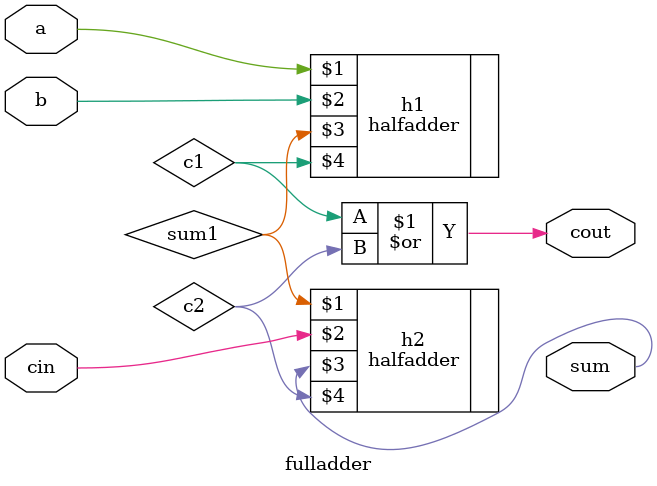
<source format=v>
`timescale 1ns / 1ps

module fulladder(
	input a,
	input b,
	input cin,
	output sum,
	output cout
    );
	 
	 wire sum1, c1, c2;
	 
	 halfadder h1(a,b,sum1,c1);
	 halfadder h2(sum1,cin,sum,c2);
	 assign cout = c1|c2;


endmodule

</source>
